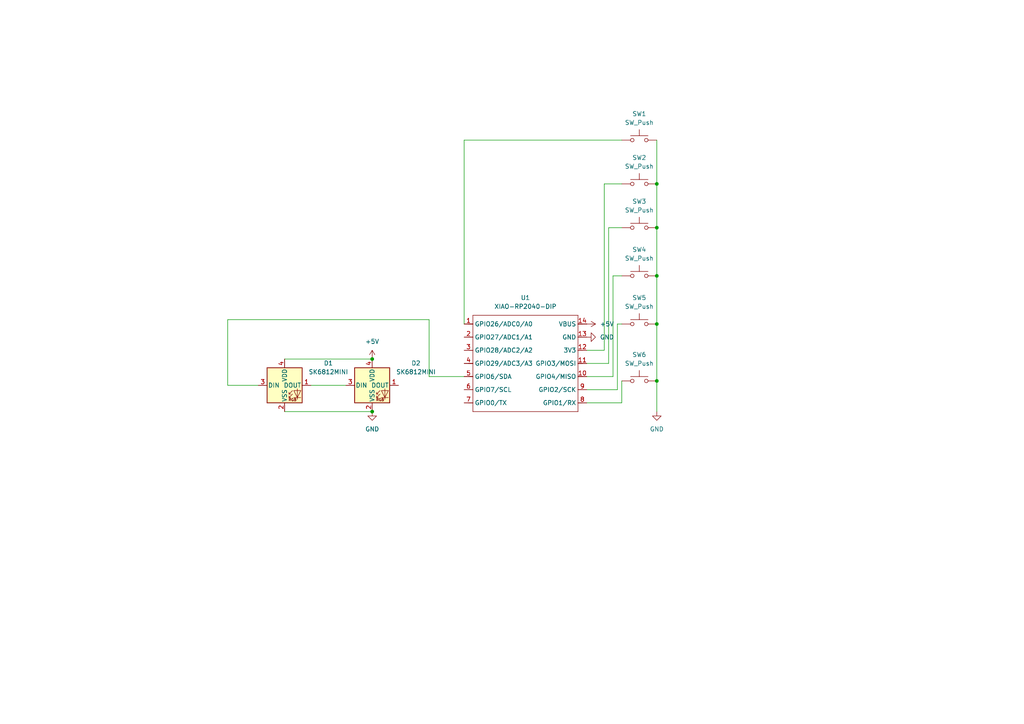
<source format=kicad_sch>
(kicad_sch
	(version 20250114)
	(generator "eeschema")
	(generator_version "9.0")
	(uuid "45861cdb-f6bd-42ff-800b-7066598463fd")
	(paper "A4")
	(lib_symbols
		(symbol "LED:SK6812MINI"
			(pin_names
				(offset 0.254)
			)
			(exclude_from_sim no)
			(in_bom yes)
			(on_board yes)
			(property "Reference" "D"
				(at 5.08 5.715 0)
				(effects
					(font
						(size 1.27 1.27)
					)
					(justify right bottom)
				)
			)
			(property "Value" "SK6812MINI"
				(at 1.27 -5.715 0)
				(effects
					(font
						(size 1.27 1.27)
					)
					(justify left top)
				)
			)
			(property "Footprint" "LED_SMD:LED_SK6812MINI_PLCC4_3.5x3.5mm_P1.75mm"
				(at 1.27 -7.62 0)
				(effects
					(font
						(size 1.27 1.27)
					)
					(justify left top)
					(hide yes)
				)
			)
			(property "Datasheet" "https://cdn-shop.adafruit.com/product-files/2686/SK6812MINI_REV.01-1-2.pdf"
				(at 2.54 -9.525 0)
				(effects
					(font
						(size 1.27 1.27)
					)
					(justify left top)
					(hide yes)
				)
			)
			(property "Description" "RGB LED with integrated controller"
				(at 0 0 0)
				(effects
					(font
						(size 1.27 1.27)
					)
					(hide yes)
				)
			)
			(property "ki_keywords" "RGB LED NeoPixel Mini addressable"
				(at 0 0 0)
				(effects
					(font
						(size 1.27 1.27)
					)
					(hide yes)
				)
			)
			(property "ki_fp_filters" "LED*SK6812MINI*PLCC*3.5x3.5mm*P1.75mm*"
				(at 0 0 0)
				(effects
					(font
						(size 1.27 1.27)
					)
					(hide yes)
				)
			)
			(symbol "SK6812MINI_0_0"
				(text "RGB"
					(at 2.286 -4.191 0)
					(effects
						(font
							(size 0.762 0.762)
						)
					)
				)
			)
			(symbol "SK6812MINI_0_1"
				(polyline
					(pts
						(xy 1.27 -2.54) (xy 1.778 -2.54)
					)
					(stroke
						(width 0)
						(type default)
					)
					(fill
						(type none)
					)
				)
				(polyline
					(pts
						(xy 1.27 -3.556) (xy 1.778 -3.556)
					)
					(stroke
						(width 0)
						(type default)
					)
					(fill
						(type none)
					)
				)
				(polyline
					(pts
						(xy 2.286 -1.524) (xy 1.27 -2.54) (xy 1.27 -2.032)
					)
					(stroke
						(width 0)
						(type default)
					)
					(fill
						(type none)
					)
				)
				(polyline
					(pts
						(xy 2.286 -2.54) (xy 1.27 -3.556) (xy 1.27 -3.048)
					)
					(stroke
						(width 0)
						(type default)
					)
					(fill
						(type none)
					)
				)
				(polyline
					(pts
						(xy 3.683 -1.016) (xy 3.683 -3.556) (xy 3.683 -4.064)
					)
					(stroke
						(width 0)
						(type default)
					)
					(fill
						(type none)
					)
				)
				(polyline
					(pts
						(xy 4.699 -1.524) (xy 2.667 -1.524) (xy 3.683 -3.556) (xy 4.699 -1.524)
					)
					(stroke
						(width 0)
						(type default)
					)
					(fill
						(type none)
					)
				)
				(polyline
					(pts
						(xy 4.699 -3.556) (xy 2.667 -3.556)
					)
					(stroke
						(width 0)
						(type default)
					)
					(fill
						(type none)
					)
				)
				(rectangle
					(start 5.08 5.08)
					(end -5.08 -5.08)
					(stroke
						(width 0.254)
						(type default)
					)
					(fill
						(type background)
					)
				)
			)
			(symbol "SK6812MINI_1_1"
				(pin input line
					(at -7.62 0 0)
					(length 2.54)
					(name "DIN"
						(effects
							(font
								(size 1.27 1.27)
							)
						)
					)
					(number "3"
						(effects
							(font
								(size 1.27 1.27)
							)
						)
					)
				)
				(pin power_in line
					(at 0 7.62 270)
					(length 2.54)
					(name "VDD"
						(effects
							(font
								(size 1.27 1.27)
							)
						)
					)
					(number "4"
						(effects
							(font
								(size 1.27 1.27)
							)
						)
					)
				)
				(pin power_in line
					(at 0 -7.62 90)
					(length 2.54)
					(name "VSS"
						(effects
							(font
								(size 1.27 1.27)
							)
						)
					)
					(number "2"
						(effects
							(font
								(size 1.27 1.27)
							)
						)
					)
				)
				(pin output line
					(at 7.62 0 180)
					(length 2.54)
					(name "DOUT"
						(effects
							(font
								(size 1.27 1.27)
							)
						)
					)
					(number "1"
						(effects
							(font
								(size 1.27 1.27)
							)
						)
					)
				)
			)
			(embedded_fonts no)
		)
		(symbol "OPL:XIAO-RP2040-DIP"
			(exclude_from_sim no)
			(in_bom yes)
			(on_board yes)
			(property "Reference" "U"
				(at 0 0 0)
				(effects
					(font
						(size 1.27 1.27)
					)
				)
			)
			(property "Value" "XIAO-RP2040-DIP"
				(at 5.334 -1.778 0)
				(effects
					(font
						(size 1.27 1.27)
					)
				)
			)
			(property "Footprint" "Module:MOUDLE14P-XIAO-DIP-SMD"
				(at 14.478 -32.258 0)
				(effects
					(font
						(size 1.27 1.27)
					)
					(hide yes)
				)
			)
			(property "Datasheet" ""
				(at 0 0 0)
				(effects
					(font
						(size 1.27 1.27)
					)
					(hide yes)
				)
			)
			(property "Description" ""
				(at 0 0 0)
				(effects
					(font
						(size 1.27 1.27)
					)
					(hide yes)
				)
			)
			(symbol "XIAO-RP2040-DIP_1_0"
				(polyline
					(pts
						(xy -1.27 -2.54) (xy 29.21 -2.54)
					)
					(stroke
						(width 0.1524)
						(type solid)
					)
					(fill
						(type none)
					)
				)
				(polyline
					(pts
						(xy -1.27 -5.08) (xy -2.54 -5.08)
					)
					(stroke
						(width 0.1524)
						(type solid)
					)
					(fill
						(type none)
					)
				)
				(polyline
					(pts
						(xy -1.27 -5.08) (xy -1.27 -2.54)
					)
					(stroke
						(width 0.1524)
						(type solid)
					)
					(fill
						(type none)
					)
				)
				(polyline
					(pts
						(xy -1.27 -8.89) (xy -2.54 -8.89)
					)
					(stroke
						(width 0.1524)
						(type solid)
					)
					(fill
						(type none)
					)
				)
				(polyline
					(pts
						(xy -1.27 -8.89) (xy -1.27 -5.08)
					)
					(stroke
						(width 0.1524)
						(type solid)
					)
					(fill
						(type none)
					)
				)
				(polyline
					(pts
						(xy -1.27 -12.7) (xy -2.54 -12.7)
					)
					(stroke
						(width 0.1524)
						(type solid)
					)
					(fill
						(type none)
					)
				)
				(polyline
					(pts
						(xy -1.27 -12.7) (xy -1.27 -8.89)
					)
					(stroke
						(width 0.1524)
						(type solid)
					)
					(fill
						(type none)
					)
				)
				(polyline
					(pts
						(xy -1.27 -16.51) (xy -2.54 -16.51)
					)
					(stroke
						(width 0.1524)
						(type solid)
					)
					(fill
						(type none)
					)
				)
				(polyline
					(pts
						(xy -1.27 -16.51) (xy -1.27 -12.7)
					)
					(stroke
						(width 0.1524)
						(type solid)
					)
					(fill
						(type none)
					)
				)
				(polyline
					(pts
						(xy -1.27 -20.32) (xy -2.54 -20.32)
					)
					(stroke
						(width 0.1524)
						(type solid)
					)
					(fill
						(type none)
					)
				)
				(polyline
					(pts
						(xy -1.27 -24.13) (xy -2.54 -24.13)
					)
					(stroke
						(width 0.1524)
						(type solid)
					)
					(fill
						(type none)
					)
				)
				(polyline
					(pts
						(xy -1.27 -27.94) (xy -2.54 -27.94)
					)
					(stroke
						(width 0.1524)
						(type solid)
					)
					(fill
						(type none)
					)
				)
				(polyline
					(pts
						(xy -1.27 -30.48) (xy -1.27 -16.51)
					)
					(stroke
						(width 0.1524)
						(type solid)
					)
					(fill
						(type none)
					)
				)
				(polyline
					(pts
						(xy 29.21 -2.54) (xy 29.21 -5.08)
					)
					(stroke
						(width 0.1524)
						(type solid)
					)
					(fill
						(type none)
					)
				)
				(polyline
					(pts
						(xy 29.21 -5.08) (xy 29.21 -8.89)
					)
					(stroke
						(width 0.1524)
						(type solid)
					)
					(fill
						(type none)
					)
				)
				(polyline
					(pts
						(xy 29.21 -8.89) (xy 29.21 -12.7)
					)
					(stroke
						(width 0.1524)
						(type solid)
					)
					(fill
						(type none)
					)
				)
				(polyline
					(pts
						(xy 29.21 -12.7) (xy 29.21 -30.48)
					)
					(stroke
						(width 0.1524)
						(type solid)
					)
					(fill
						(type none)
					)
				)
				(polyline
					(pts
						(xy 29.21 -30.48) (xy -1.27 -30.48)
					)
					(stroke
						(width 0.1524)
						(type solid)
					)
					(fill
						(type none)
					)
				)
				(polyline
					(pts
						(xy 30.48 -5.08) (xy 29.21 -5.08)
					)
					(stroke
						(width 0.1524)
						(type solid)
					)
					(fill
						(type none)
					)
				)
				(polyline
					(pts
						(xy 30.48 -8.89) (xy 29.21 -8.89)
					)
					(stroke
						(width 0.1524)
						(type solid)
					)
					(fill
						(type none)
					)
				)
				(polyline
					(pts
						(xy 30.48 -12.7) (xy 29.21 -12.7)
					)
					(stroke
						(width 0.1524)
						(type solid)
					)
					(fill
						(type none)
					)
				)
				(polyline
					(pts
						(xy 30.48 -16.51) (xy 29.21 -16.51)
					)
					(stroke
						(width 0.1524)
						(type solid)
					)
					(fill
						(type none)
					)
				)
				(polyline
					(pts
						(xy 30.48 -20.32) (xy 29.21 -20.32)
					)
					(stroke
						(width 0.1524)
						(type solid)
					)
					(fill
						(type none)
					)
				)
				(polyline
					(pts
						(xy 30.48 -24.13) (xy 29.21 -24.13)
					)
					(stroke
						(width 0.1524)
						(type solid)
					)
					(fill
						(type none)
					)
				)
				(polyline
					(pts
						(xy 30.48 -27.94) (xy 29.21 -27.94)
					)
					(stroke
						(width 0.1524)
						(type solid)
					)
					(fill
						(type none)
					)
				)
				(pin passive line
					(at -3.81 -5.08 0)
					(length 2.54)
					(name "GPIO26/ADC0/A0"
						(effects
							(font
								(size 1.27 1.27)
							)
						)
					)
					(number "1"
						(effects
							(font
								(size 1.27 1.27)
							)
						)
					)
				)
				(pin passive line
					(at -3.81 -8.89 0)
					(length 2.54)
					(name "GPIO27/ADC1/A1"
						(effects
							(font
								(size 1.27 1.27)
							)
						)
					)
					(number "2"
						(effects
							(font
								(size 1.27 1.27)
							)
						)
					)
				)
				(pin passive line
					(at -3.81 -12.7 0)
					(length 2.54)
					(name "GPIO28/ADC2/A2"
						(effects
							(font
								(size 1.27 1.27)
							)
						)
					)
					(number "3"
						(effects
							(font
								(size 1.27 1.27)
							)
						)
					)
				)
				(pin passive line
					(at -3.81 -16.51 0)
					(length 2.54)
					(name "GPIO29/ADC3/A3"
						(effects
							(font
								(size 1.27 1.27)
							)
						)
					)
					(number "4"
						(effects
							(font
								(size 1.27 1.27)
							)
						)
					)
				)
				(pin passive line
					(at -3.81 -20.32 0)
					(length 2.54)
					(name "GPIO6/SDA"
						(effects
							(font
								(size 1.27 1.27)
							)
						)
					)
					(number "5"
						(effects
							(font
								(size 1.27 1.27)
							)
						)
					)
				)
				(pin passive line
					(at -3.81 -24.13 0)
					(length 2.54)
					(name "GPIO7/SCL"
						(effects
							(font
								(size 1.27 1.27)
							)
						)
					)
					(number "6"
						(effects
							(font
								(size 1.27 1.27)
							)
						)
					)
				)
				(pin passive line
					(at -3.81 -27.94 0)
					(length 2.54)
					(name "GPIO0/TX"
						(effects
							(font
								(size 1.27 1.27)
							)
						)
					)
					(number "7"
						(effects
							(font
								(size 1.27 1.27)
							)
						)
					)
				)
				(pin passive line
					(at 31.75 -5.08 180)
					(length 2.54)
					(name "VBUS"
						(effects
							(font
								(size 1.27 1.27)
							)
						)
					)
					(number "14"
						(effects
							(font
								(size 1.27 1.27)
							)
						)
					)
				)
				(pin passive line
					(at 31.75 -8.89 180)
					(length 2.54)
					(name "GND"
						(effects
							(font
								(size 1.27 1.27)
							)
						)
					)
					(number "13"
						(effects
							(font
								(size 1.27 1.27)
							)
						)
					)
				)
				(pin passive line
					(at 31.75 -12.7 180)
					(length 2.54)
					(name "3V3"
						(effects
							(font
								(size 1.27 1.27)
							)
						)
					)
					(number "12"
						(effects
							(font
								(size 1.27 1.27)
							)
						)
					)
				)
				(pin passive line
					(at 31.75 -16.51 180)
					(length 2.54)
					(name "GPIO3/MOSI"
						(effects
							(font
								(size 1.27 1.27)
							)
						)
					)
					(number "11"
						(effects
							(font
								(size 1.27 1.27)
							)
						)
					)
				)
				(pin passive line
					(at 31.75 -20.32 180)
					(length 2.54)
					(name "GPIO4/MISO"
						(effects
							(font
								(size 1.27 1.27)
							)
						)
					)
					(number "10"
						(effects
							(font
								(size 1.27 1.27)
							)
						)
					)
				)
				(pin passive line
					(at 31.75 -24.13 180)
					(length 2.54)
					(name "GPIO2/SCK"
						(effects
							(font
								(size 1.27 1.27)
							)
						)
					)
					(number "9"
						(effects
							(font
								(size 1.27 1.27)
							)
						)
					)
				)
				(pin passive line
					(at 31.75 -27.94 180)
					(length 2.54)
					(name "GPIO1/RX"
						(effects
							(font
								(size 1.27 1.27)
							)
						)
					)
					(number "8"
						(effects
							(font
								(size 1.27 1.27)
							)
						)
					)
				)
			)
			(embedded_fonts no)
		)
		(symbol "Switch:SW_Push"
			(pin_numbers
				(hide yes)
			)
			(pin_names
				(offset 1.016)
				(hide yes)
			)
			(exclude_from_sim no)
			(in_bom yes)
			(on_board yes)
			(property "Reference" "SW"
				(at 1.27 2.54 0)
				(effects
					(font
						(size 1.27 1.27)
					)
					(justify left)
				)
			)
			(property "Value" "SW_Push"
				(at 0 -1.524 0)
				(effects
					(font
						(size 1.27 1.27)
					)
				)
			)
			(property "Footprint" ""
				(at 0 5.08 0)
				(effects
					(font
						(size 1.27 1.27)
					)
					(hide yes)
				)
			)
			(property "Datasheet" "~"
				(at 0 5.08 0)
				(effects
					(font
						(size 1.27 1.27)
					)
					(hide yes)
				)
			)
			(property "Description" "Push button switch, generic, two pins"
				(at 0 0 0)
				(effects
					(font
						(size 1.27 1.27)
					)
					(hide yes)
				)
			)
			(property "ki_keywords" "switch normally-open pushbutton push-button"
				(at 0 0 0)
				(effects
					(font
						(size 1.27 1.27)
					)
					(hide yes)
				)
			)
			(symbol "SW_Push_0_1"
				(circle
					(center -2.032 0)
					(radius 0.508)
					(stroke
						(width 0)
						(type default)
					)
					(fill
						(type none)
					)
				)
				(polyline
					(pts
						(xy 0 1.27) (xy 0 3.048)
					)
					(stroke
						(width 0)
						(type default)
					)
					(fill
						(type none)
					)
				)
				(circle
					(center 2.032 0)
					(radius 0.508)
					(stroke
						(width 0)
						(type default)
					)
					(fill
						(type none)
					)
				)
				(polyline
					(pts
						(xy 2.54 1.27) (xy -2.54 1.27)
					)
					(stroke
						(width 0)
						(type default)
					)
					(fill
						(type none)
					)
				)
				(pin passive line
					(at -5.08 0 0)
					(length 2.54)
					(name "1"
						(effects
							(font
								(size 1.27 1.27)
							)
						)
					)
					(number "1"
						(effects
							(font
								(size 1.27 1.27)
							)
						)
					)
				)
				(pin passive line
					(at 5.08 0 180)
					(length 2.54)
					(name "2"
						(effects
							(font
								(size 1.27 1.27)
							)
						)
					)
					(number "2"
						(effects
							(font
								(size 1.27 1.27)
							)
						)
					)
				)
			)
			(embedded_fonts no)
		)
		(symbol "power:+5V"
			(power)
			(pin_numbers
				(hide yes)
			)
			(pin_names
				(offset 0)
				(hide yes)
			)
			(exclude_from_sim no)
			(in_bom yes)
			(on_board yes)
			(property "Reference" "#PWR"
				(at 0 -3.81 0)
				(effects
					(font
						(size 1.27 1.27)
					)
					(hide yes)
				)
			)
			(property "Value" "+5V"
				(at 0 3.556 0)
				(effects
					(font
						(size 1.27 1.27)
					)
				)
			)
			(property "Footprint" ""
				(at 0 0 0)
				(effects
					(font
						(size 1.27 1.27)
					)
					(hide yes)
				)
			)
			(property "Datasheet" ""
				(at 0 0 0)
				(effects
					(font
						(size 1.27 1.27)
					)
					(hide yes)
				)
			)
			(property "Description" "Power symbol creates a global label with name \"+5V\""
				(at 0 0 0)
				(effects
					(font
						(size 1.27 1.27)
					)
					(hide yes)
				)
			)
			(property "ki_keywords" "global power"
				(at 0 0 0)
				(effects
					(font
						(size 1.27 1.27)
					)
					(hide yes)
				)
			)
			(symbol "+5V_0_1"
				(polyline
					(pts
						(xy -0.762 1.27) (xy 0 2.54)
					)
					(stroke
						(width 0)
						(type default)
					)
					(fill
						(type none)
					)
				)
				(polyline
					(pts
						(xy 0 2.54) (xy 0.762 1.27)
					)
					(stroke
						(width 0)
						(type default)
					)
					(fill
						(type none)
					)
				)
				(polyline
					(pts
						(xy 0 0) (xy 0 2.54)
					)
					(stroke
						(width 0)
						(type default)
					)
					(fill
						(type none)
					)
				)
			)
			(symbol "+5V_1_1"
				(pin power_in line
					(at 0 0 90)
					(length 0)
					(name "~"
						(effects
							(font
								(size 1.27 1.27)
							)
						)
					)
					(number "1"
						(effects
							(font
								(size 1.27 1.27)
							)
						)
					)
				)
			)
			(embedded_fonts no)
		)
		(symbol "power:GND"
			(power)
			(pin_numbers
				(hide yes)
			)
			(pin_names
				(offset 0)
				(hide yes)
			)
			(exclude_from_sim no)
			(in_bom yes)
			(on_board yes)
			(property "Reference" "#PWR"
				(at 0 -6.35 0)
				(effects
					(font
						(size 1.27 1.27)
					)
					(hide yes)
				)
			)
			(property "Value" "GND"
				(at 0 -3.81 0)
				(effects
					(font
						(size 1.27 1.27)
					)
				)
			)
			(property "Footprint" ""
				(at 0 0 0)
				(effects
					(font
						(size 1.27 1.27)
					)
					(hide yes)
				)
			)
			(property "Datasheet" ""
				(at 0 0 0)
				(effects
					(font
						(size 1.27 1.27)
					)
					(hide yes)
				)
			)
			(property "Description" "Power symbol creates a global label with name \"GND\" , ground"
				(at 0 0 0)
				(effects
					(font
						(size 1.27 1.27)
					)
					(hide yes)
				)
			)
			(property "ki_keywords" "global power"
				(at 0 0 0)
				(effects
					(font
						(size 1.27 1.27)
					)
					(hide yes)
				)
			)
			(symbol "GND_0_1"
				(polyline
					(pts
						(xy 0 0) (xy 0 -1.27) (xy 1.27 -1.27) (xy 0 -2.54) (xy -1.27 -1.27) (xy 0 -1.27)
					)
					(stroke
						(width 0)
						(type default)
					)
					(fill
						(type none)
					)
				)
			)
			(symbol "GND_1_1"
				(pin power_in line
					(at 0 0 270)
					(length 0)
					(name "~"
						(effects
							(font
								(size 1.27 1.27)
							)
						)
					)
					(number "1"
						(effects
							(font
								(size 1.27 1.27)
							)
						)
					)
				)
			)
			(embedded_fonts no)
		)
	)
	(junction
		(at 190.5 110.49)
		(diameter 0)
		(color 0 0 0 0)
		(uuid "2e837ffc-b756-43e7-837e-0ee3ba9aec34")
	)
	(junction
		(at 190.5 93.98)
		(diameter 0)
		(color 0 0 0 0)
		(uuid "416e757f-82ce-45ee-93a1-e47926c0f4c7")
	)
	(junction
		(at 107.95 119.38)
		(diameter 0)
		(color 0 0 0 0)
		(uuid "b0a888ba-4fc5-4e07-b0be-db2884632874")
	)
	(junction
		(at 107.95 104.14)
		(diameter 0)
		(color 0 0 0 0)
		(uuid "cd605c59-c525-4eb6-85ae-3866e6d6dfd4")
	)
	(junction
		(at 190.5 66.04)
		(diameter 0)
		(color 0 0 0 0)
		(uuid "dd14a140-99a6-4b04-a427-0fbc68718bbe")
	)
	(junction
		(at 190.5 80.01)
		(diameter 0)
		(color 0 0 0 0)
		(uuid "f12a9fd5-a7be-4f93-b8ec-11e98bc3ef08")
	)
	(junction
		(at 190.5 53.34)
		(diameter 0)
		(color 0 0 0 0)
		(uuid "ff3c2e7c-0948-4773-8e5a-874792a31863")
	)
	(wire
		(pts
			(xy 177.8 80.01) (xy 180.34 80.01)
		)
		(stroke
			(width 0)
			(type default)
		)
		(uuid "059b1b67-61c7-417d-956a-467372c173ef")
	)
	(wire
		(pts
			(xy 124.46 92.71) (xy 66.04 92.71)
		)
		(stroke
			(width 0)
			(type default)
		)
		(uuid "0ab05631-fabd-4802-b706-6ed27610d7c5")
	)
	(wire
		(pts
			(xy 66.04 92.71) (xy 66.04 111.76)
		)
		(stroke
			(width 0)
			(type default)
		)
		(uuid "0b1c6760-ca54-4398-ba46-bd5f995da748")
	)
	(wire
		(pts
			(xy 190.5 93.98) (xy 190.5 110.49)
		)
		(stroke
			(width 0)
			(type default)
		)
		(uuid "1619e026-4039-4eed-82aa-b5828eeb1e47")
	)
	(wire
		(pts
			(xy 170.18 101.6) (xy 175.26 101.6)
		)
		(stroke
			(width 0)
			(type default)
		)
		(uuid "178a8e1c-b776-45aa-a302-55acd3a32b39")
	)
	(wire
		(pts
			(xy 176.53 66.04) (xy 180.34 66.04)
		)
		(stroke
			(width 0)
			(type default)
		)
		(uuid "1d0a5e71-3616-4305-b87f-c3945bf83022")
	)
	(wire
		(pts
			(xy 179.07 93.98) (xy 180.34 93.98)
		)
		(stroke
			(width 0)
			(type default)
		)
		(uuid "25d8de36-822c-4985-9b10-1d3375026e2f")
	)
	(wire
		(pts
			(xy 124.46 109.22) (xy 124.46 92.71)
		)
		(stroke
			(width 0)
			(type default)
		)
		(uuid "42c69df2-c8f8-4837-8f40-d32ce8e0a4be")
	)
	(wire
		(pts
			(xy 134.62 40.64) (xy 180.34 40.64)
		)
		(stroke
			(width 0)
			(type default)
		)
		(uuid "69e941f3-2b2c-4312-b5f6-b2556eee0508")
	)
	(wire
		(pts
			(xy 190.5 66.04) (xy 190.5 80.01)
		)
		(stroke
			(width 0)
			(type default)
		)
		(uuid "6a1d8011-92d6-4fb0-b68b-ff27cb67a4ec")
	)
	(wire
		(pts
			(xy 170.18 109.22) (xy 177.8 109.22)
		)
		(stroke
			(width 0)
			(type default)
		)
		(uuid "730cf3bb-97da-422a-836b-61f81390962e")
	)
	(wire
		(pts
			(xy 82.55 104.14) (xy 107.95 104.14)
		)
		(stroke
			(width 0)
			(type default)
		)
		(uuid "87f02f2b-4be8-418a-803a-164c6fff0b00")
	)
	(wire
		(pts
			(xy 170.18 105.41) (xy 176.53 105.41)
		)
		(stroke
			(width 0)
			(type default)
		)
		(uuid "8917d216-1bfe-4f99-8306-fe91294bda08")
	)
	(wire
		(pts
			(xy 170.18 116.84) (xy 180.34 116.84)
		)
		(stroke
			(width 0)
			(type default)
		)
		(uuid "8d64679b-5c01-45dd-8e0c-c494ca84c911")
	)
	(wire
		(pts
			(xy 90.17 111.76) (xy 100.33 111.76)
		)
		(stroke
			(width 0)
			(type default)
		)
		(uuid "8fad32b6-7b10-440b-8ed6-16b7bda64bde")
	)
	(wire
		(pts
			(xy 82.55 119.38) (xy 107.95 119.38)
		)
		(stroke
			(width 0)
			(type default)
		)
		(uuid "90dea348-6b27-4466-9b3f-e3ecf91520f8")
	)
	(wire
		(pts
			(xy 175.26 101.6) (xy 175.26 53.34)
		)
		(stroke
			(width 0)
			(type default)
		)
		(uuid "9a58728e-10e5-4daf-aed6-b7d7942b536f")
	)
	(wire
		(pts
			(xy 177.8 109.22) (xy 177.8 80.01)
		)
		(stroke
			(width 0)
			(type default)
		)
		(uuid "9ca9eb96-d3cb-419a-b750-5ad1dea0b15c")
	)
	(wire
		(pts
			(xy 176.53 105.41) (xy 176.53 66.04)
		)
		(stroke
			(width 0)
			(type default)
		)
		(uuid "9de59a2b-fab2-4aee-bb3d-6a0532eaa74a")
	)
	(wire
		(pts
			(xy 190.5 40.64) (xy 190.5 53.34)
		)
		(stroke
			(width 0)
			(type default)
		)
		(uuid "c9258128-42f3-42ca-999a-9d2859a935c8")
	)
	(wire
		(pts
			(xy 180.34 116.84) (xy 180.34 110.49)
		)
		(stroke
			(width 0)
			(type default)
		)
		(uuid "cab81de3-62c0-4d5b-9e16-c242299870c8")
	)
	(wire
		(pts
			(xy 190.5 80.01) (xy 190.5 93.98)
		)
		(stroke
			(width 0)
			(type default)
		)
		(uuid "d52a8ebf-68f3-451b-9e4e-466da3f74528")
	)
	(wire
		(pts
			(xy 175.26 53.34) (xy 180.34 53.34)
		)
		(stroke
			(width 0)
			(type default)
		)
		(uuid "dbea27ee-d49c-48ab-9b24-866989fb3613")
	)
	(wire
		(pts
			(xy 190.5 110.49) (xy 190.5 119.38)
		)
		(stroke
			(width 0)
			(type default)
		)
		(uuid "de85d888-318d-47e0-ad16-65bade1cc559")
	)
	(wire
		(pts
			(xy 134.62 109.22) (xy 124.46 109.22)
		)
		(stroke
			(width 0)
			(type default)
		)
		(uuid "def15509-1518-491a-99b7-b067633c0a66")
	)
	(wire
		(pts
			(xy 170.18 113.03) (xy 179.07 113.03)
		)
		(stroke
			(width 0)
			(type default)
		)
		(uuid "e216b06f-c03e-4abf-ba96-3596666ff217")
	)
	(wire
		(pts
			(xy 66.04 111.76) (xy 74.93 111.76)
		)
		(stroke
			(width 0)
			(type default)
		)
		(uuid "ed963530-20c6-48d4-8200-d4f0c5a90110")
	)
	(wire
		(pts
			(xy 134.62 93.98) (xy 134.62 40.64)
		)
		(stroke
			(width 0)
			(type default)
		)
		(uuid "f3d0c128-e6b8-4fb1-a3ea-b832155cabd4")
	)
	(wire
		(pts
			(xy 179.07 113.03) (xy 179.07 93.98)
		)
		(stroke
			(width 0)
			(type default)
		)
		(uuid "f70da97e-6876-41a6-bbfc-ba80e1c6af85")
	)
	(wire
		(pts
			(xy 190.5 53.34) (xy 190.5 66.04)
		)
		(stroke
			(width 0)
			(type default)
		)
		(uuid "faf8cbdd-6a34-44f7-b2a2-fd6ba1c611e0")
	)
	(symbol
		(lib_id "Switch:SW_Push")
		(at 185.42 80.01 0)
		(unit 1)
		(exclude_from_sim no)
		(in_bom yes)
		(on_board yes)
		(dnp no)
		(fields_autoplaced yes)
		(uuid "21edbd79-7d80-47de-9e56-03b531c530c2")
		(property "Reference" "SW4"
			(at 185.42 72.39 0)
			(effects
				(font
					(size 1.27 1.27)
				)
			)
		)
		(property "Value" "SW_Push"
			(at 185.42 74.93 0)
			(effects
				(font
					(size 1.27 1.27)
				)
			)
		)
		(property "Footprint" "Button_Switch_Keyboard:SW_Cherry_MX_1.00u_PCB"
			(at 185.42 74.93 0)
			(effects
				(font
					(size 1.27 1.27)
				)
				(hide yes)
			)
		)
		(property "Datasheet" "~"
			(at 185.42 74.93 0)
			(effects
				(font
					(size 1.27 1.27)
				)
				(hide yes)
			)
		)
		(property "Description" "Push button switch, generic, two pins"
			(at 185.42 80.01 0)
			(effects
				(font
					(size 1.27 1.27)
				)
				(hide yes)
			)
		)
		(pin "1"
			(uuid "60eb541d-59f3-4fd5-b151-34b6652f9096")
		)
		(pin "2"
			(uuid "5b87b4d2-7279-4891-9841-abee848a6a2d")
		)
		(instances
			(project ""
				(path "/45861cdb-f6bd-42ff-800b-7066598463fd"
					(reference "SW4")
					(unit 1)
				)
			)
		)
	)
	(symbol
		(lib_id "power:+5V")
		(at 107.95 104.14 0)
		(unit 1)
		(exclude_from_sim no)
		(in_bom yes)
		(on_board yes)
		(dnp no)
		(fields_autoplaced yes)
		(uuid "2387beea-a527-4d16-884c-fd68de6b995c")
		(property "Reference" "#PWR03"
			(at 107.95 107.95 0)
			(effects
				(font
					(size 1.27 1.27)
				)
				(hide yes)
			)
		)
		(property "Value" "+5V"
			(at 107.95 99.06 0)
			(effects
				(font
					(size 1.27 1.27)
				)
			)
		)
		(property "Footprint" ""
			(at 107.95 104.14 0)
			(effects
				(font
					(size 1.27 1.27)
				)
				(hide yes)
			)
		)
		(property "Datasheet" ""
			(at 107.95 104.14 0)
			(effects
				(font
					(size 1.27 1.27)
				)
				(hide yes)
			)
		)
		(property "Description" "Power symbol creates a global label with name \"+5V\""
			(at 107.95 104.14 0)
			(effects
				(font
					(size 1.27 1.27)
				)
				(hide yes)
			)
		)
		(pin "1"
			(uuid "fae72486-8e77-4e02-bc3a-c6575b81d578")
		)
		(instances
			(project ""
				(path "/45861cdb-f6bd-42ff-800b-7066598463fd"
					(reference "#PWR03")
					(unit 1)
				)
			)
		)
	)
	(symbol
		(lib_id "Switch:SW_Push")
		(at 185.42 40.64 0)
		(unit 1)
		(exclude_from_sim no)
		(in_bom yes)
		(on_board yes)
		(dnp no)
		(fields_autoplaced yes)
		(uuid "3edd1b33-e78a-4b0e-9b83-0f1f7d934092")
		(property "Reference" "SW1"
			(at 185.42 33.02 0)
			(effects
				(font
					(size 1.27 1.27)
				)
			)
		)
		(property "Value" "SW_Push"
			(at 185.42 35.56 0)
			(effects
				(font
					(size 1.27 1.27)
				)
			)
		)
		(property "Footprint" "Button_Switch_Keyboard:SW_Cherry_MX_1.00u_PCB"
			(at 185.42 35.56 0)
			(effects
				(font
					(size 1.27 1.27)
				)
				(hide yes)
			)
		)
		(property "Datasheet" "~"
			(at 185.42 35.56 0)
			(effects
				(font
					(size 1.27 1.27)
				)
				(hide yes)
			)
		)
		(property "Description" "Push button switch, generic, two pins"
			(at 185.42 40.64 0)
			(effects
				(font
					(size 1.27 1.27)
				)
				(hide yes)
			)
		)
		(pin "2"
			(uuid "ac9636e2-b0b0-4f78-9b1c-58b658b1cbcd")
		)
		(pin "1"
			(uuid "82bd15ba-63ac-4695-b6de-faa2f186442f")
		)
		(instances
			(project ""
				(path "/45861cdb-f6bd-42ff-800b-7066598463fd"
					(reference "SW1")
					(unit 1)
				)
			)
		)
	)
	(symbol
		(lib_id "power:+5V")
		(at 170.18 93.98 270)
		(unit 1)
		(exclude_from_sim no)
		(in_bom yes)
		(on_board yes)
		(dnp no)
		(fields_autoplaced yes)
		(uuid "40bb2941-82b0-4a4a-940c-780a6266c097")
		(property "Reference" "#PWR04"
			(at 166.37 93.98 0)
			(effects
				(font
					(size 1.27 1.27)
				)
				(hide yes)
			)
		)
		(property "Value" "+5V"
			(at 173.99 93.9799 90)
			(effects
				(font
					(size 1.27 1.27)
				)
				(justify left)
			)
		)
		(property "Footprint" ""
			(at 170.18 93.98 0)
			(effects
				(font
					(size 1.27 1.27)
				)
				(hide yes)
			)
		)
		(property "Datasheet" ""
			(at 170.18 93.98 0)
			(effects
				(font
					(size 1.27 1.27)
				)
				(hide yes)
			)
		)
		(property "Description" "Power symbol creates a global label with name \"+5V\""
			(at 170.18 93.98 0)
			(effects
				(font
					(size 1.27 1.27)
				)
				(hide yes)
			)
		)
		(pin "1"
			(uuid "43616765-ed32-4400-a543-2c8ac5558507")
		)
		(instances
			(project ""
				(path "/45861cdb-f6bd-42ff-800b-7066598463fd"
					(reference "#PWR04")
					(unit 1)
				)
			)
		)
	)
	(symbol
		(lib_id "power:GND")
		(at 170.18 97.79 90)
		(unit 1)
		(exclude_from_sim no)
		(in_bom yes)
		(on_board yes)
		(dnp no)
		(fields_autoplaced yes)
		(uuid "42c11ccc-aa2a-48a5-8079-8c99045d08ee")
		(property "Reference" "#PWR05"
			(at 176.53 97.79 0)
			(effects
				(font
					(size 1.27 1.27)
				)
				(hide yes)
			)
		)
		(property "Value" "GND"
			(at 173.99 97.7899 90)
			(effects
				(font
					(size 1.27 1.27)
				)
				(justify right)
			)
		)
		(property "Footprint" ""
			(at 170.18 97.79 0)
			(effects
				(font
					(size 1.27 1.27)
				)
				(hide yes)
			)
		)
		(property "Datasheet" ""
			(at 170.18 97.79 0)
			(effects
				(font
					(size 1.27 1.27)
				)
				(hide yes)
			)
		)
		(property "Description" "Power symbol creates a global label with name \"GND\" , ground"
			(at 170.18 97.79 0)
			(effects
				(font
					(size 1.27 1.27)
				)
				(hide yes)
			)
		)
		(pin "1"
			(uuid "ce9045c9-66f8-4dbf-b298-e2704ec0ce00")
		)
		(instances
			(project ""
				(path "/45861cdb-f6bd-42ff-800b-7066598463fd"
					(reference "#PWR05")
					(unit 1)
				)
			)
		)
	)
	(symbol
		(lib_id "Switch:SW_Push")
		(at 185.42 110.49 0)
		(unit 1)
		(exclude_from_sim no)
		(in_bom yes)
		(on_board yes)
		(dnp no)
		(fields_autoplaced yes)
		(uuid "502fd4ad-86af-49e3-8525-a311abef2699")
		(property "Reference" "SW6"
			(at 185.42 102.87 0)
			(effects
				(font
					(size 1.27 1.27)
				)
			)
		)
		(property "Value" "SW_Push"
			(at 185.42 105.41 0)
			(effects
				(font
					(size 1.27 1.27)
				)
			)
		)
		(property "Footprint" "Button_Switch_Keyboard:SW_Cherry_MX_1.00u_PCB"
			(at 185.42 105.41 0)
			(effects
				(font
					(size 1.27 1.27)
				)
				(hide yes)
			)
		)
		(property "Datasheet" "~"
			(at 185.42 105.41 0)
			(effects
				(font
					(size 1.27 1.27)
				)
				(hide yes)
			)
		)
		(property "Description" "Push button switch, generic, two pins"
			(at 185.42 110.49 0)
			(effects
				(font
					(size 1.27 1.27)
				)
				(hide yes)
			)
		)
		(pin "2"
			(uuid "97d06538-db64-4035-a4b4-f78b48cb1b35")
		)
		(pin "1"
			(uuid "109d2d86-a9d4-49ea-a56e-5af3528e1c59")
		)
		(instances
			(project ""
				(path "/45861cdb-f6bd-42ff-800b-7066598463fd"
					(reference "SW6")
					(unit 1)
				)
			)
		)
	)
	(symbol
		(lib_id "LED:SK6812MINI")
		(at 82.55 111.76 0)
		(unit 1)
		(exclude_from_sim no)
		(in_bom yes)
		(on_board yes)
		(dnp no)
		(fields_autoplaced yes)
		(uuid "75106aae-9bed-4619-8e13-510efd42f6e9")
		(property "Reference" "D1"
			(at 95.25 105.3398 0)
			(effects
				(font
					(size 1.27 1.27)
				)
			)
		)
		(property "Value" "SK6812MINI"
			(at 95.25 107.8798 0)
			(effects
				(font
					(size 1.27 1.27)
				)
			)
		)
		(property "Footprint" "LED_SMD:LED_SK6812MINI_PLCC4_3.5x3.5mm_P1.75mm"
			(at 83.82 119.38 0)
			(effects
				(font
					(size 1.27 1.27)
				)
				(justify left top)
				(hide yes)
			)
		)
		(property "Datasheet" "https://cdn-shop.adafruit.com/product-files/2686/SK6812MINI_REV.01-1-2.pdf"
			(at 85.09 121.285 0)
			(effects
				(font
					(size 1.27 1.27)
				)
				(justify left top)
				(hide yes)
			)
		)
		(property "Description" "RGB LED with integrated controller"
			(at 82.55 111.76 0)
			(effects
				(font
					(size 1.27 1.27)
				)
				(hide yes)
			)
		)
		(pin "4"
			(uuid "cfe33742-66a4-4a1e-9907-d46f80b16ef3")
		)
		(pin "2"
			(uuid "d2518e15-60f2-43aa-9e99-c0f47e9eea8f")
		)
		(pin "3"
			(uuid "3d6e8ef1-d6f1-4b08-8548-d0c6470bb3b2")
		)
		(pin "1"
			(uuid "626c0d22-8393-432c-9558-453fa6917074")
		)
		(instances
			(project ""
				(path "/45861cdb-f6bd-42ff-800b-7066598463fd"
					(reference "D1")
					(unit 1)
				)
			)
		)
	)
	(symbol
		(lib_id "Switch:SW_Push")
		(at 185.42 93.98 0)
		(unit 1)
		(exclude_from_sim no)
		(in_bom yes)
		(on_board yes)
		(dnp no)
		(fields_autoplaced yes)
		(uuid "960d509a-8b2c-4216-93b7-46b929fbe792")
		(property "Reference" "SW5"
			(at 185.42 86.36 0)
			(effects
				(font
					(size 1.27 1.27)
				)
			)
		)
		(property "Value" "SW_Push"
			(at 185.42 88.9 0)
			(effects
				(font
					(size 1.27 1.27)
				)
			)
		)
		(property "Footprint" "Button_Switch_Keyboard:SW_Cherry_MX_1.00u_PCB"
			(at 185.42 88.9 0)
			(effects
				(font
					(size 1.27 1.27)
				)
				(hide yes)
			)
		)
		(property "Datasheet" "~"
			(at 185.42 88.9 0)
			(effects
				(font
					(size 1.27 1.27)
				)
				(hide yes)
			)
		)
		(property "Description" "Push button switch, generic, two pins"
			(at 185.42 93.98 0)
			(effects
				(font
					(size 1.27 1.27)
				)
				(hide yes)
			)
		)
		(pin "1"
			(uuid "2e95ee8e-a343-498c-bb7b-36343b1257e0")
		)
		(pin "2"
			(uuid "749dffbc-a456-44a9-aac9-0c024caf7baf")
		)
		(instances
			(project ""
				(path "/45861cdb-f6bd-42ff-800b-7066598463fd"
					(reference "SW5")
					(unit 1)
				)
			)
		)
	)
	(symbol
		(lib_id "OPL:XIAO-RP2040-DIP")
		(at 138.43 88.9 0)
		(unit 1)
		(exclude_from_sim no)
		(in_bom yes)
		(on_board yes)
		(dnp no)
		(fields_autoplaced yes)
		(uuid "a62b83a8-fde0-42c0-a333-1321ec5477af")
		(property "Reference" "U1"
			(at 152.4 86.36 0)
			(effects
				(font
					(size 1.27 1.27)
				)
			)
		)
		(property "Value" "XIAO-RP2040-DIP"
			(at 152.4 88.9 0)
			(effects
				(font
					(size 1.27 1.27)
				)
			)
		)
		(property "Footprint" "OPL:XIAO-RP2040-DIP"
			(at 152.908 121.158 0)
			(effects
				(font
					(size 1.27 1.27)
				)
				(hide yes)
			)
		)
		(property "Datasheet" ""
			(at 138.43 88.9 0)
			(effects
				(font
					(size 1.27 1.27)
				)
				(hide yes)
			)
		)
		(property "Description" ""
			(at 138.43 88.9 0)
			(effects
				(font
					(size 1.27 1.27)
				)
				(hide yes)
			)
		)
		(pin "1"
			(uuid "72d5ebfb-fd2b-4d0b-9612-b78130046e40")
		)
		(pin "14"
			(uuid "31fad198-6a71-4532-bc1c-24039aab4373")
		)
		(pin "2"
			(uuid "cb48a276-c834-4418-b37c-21cdf6f923d5")
		)
		(pin "5"
			(uuid "28979602-0df2-4984-b77d-3f06966ad558")
		)
		(pin "6"
			(uuid "e5aa3e2f-7faf-4343-8828-9e99d20c03fe")
		)
		(pin "7"
			(uuid "77654fda-b75a-4d08-9b26-471e900e20dc")
		)
		(pin "3"
			(uuid "74f0d94d-1304-4631-9205-690775f9c5cb")
		)
		(pin "4"
			(uuid "28964347-b0b2-4c18-88a5-54264db8cec1")
		)
		(pin "13"
			(uuid "5086562e-c202-4950-b6d2-476ba91b006d")
		)
		(pin "10"
			(uuid "3196cf25-5267-4d97-8411-23bf39e27f83")
		)
		(pin "11"
			(uuid "cf8b4dfc-8de1-4ae6-8f83-eaf1a95496e7")
		)
		(pin "9"
			(uuid "49cf7512-1386-440e-8216-74027b52512c")
		)
		(pin "12"
			(uuid "74e4b9a1-6222-41f2-b6d4-909bfc38189d")
		)
		(pin "8"
			(uuid "b2eeeb1e-c294-4728-94d8-4dc552b1cdb5")
		)
		(instances
			(project ""
				(path "/45861cdb-f6bd-42ff-800b-7066598463fd"
					(reference "U1")
					(unit 1)
				)
			)
		)
	)
	(symbol
		(lib_id "Switch:SW_Push")
		(at 185.42 53.34 0)
		(unit 1)
		(exclude_from_sim no)
		(in_bom yes)
		(on_board yes)
		(dnp no)
		(fields_autoplaced yes)
		(uuid "a6396475-3f9d-4f9d-a93d-71e8f63e7238")
		(property "Reference" "SW2"
			(at 185.42 45.72 0)
			(effects
				(font
					(size 1.27 1.27)
				)
			)
		)
		(property "Value" "SW_Push"
			(at 185.42 48.26 0)
			(effects
				(font
					(size 1.27 1.27)
				)
			)
		)
		(property "Footprint" "Button_Switch_Keyboard:SW_Cherry_MX_1.00u_PCB"
			(at 185.42 48.26 0)
			(effects
				(font
					(size 1.27 1.27)
				)
				(hide yes)
			)
		)
		(property "Datasheet" "~"
			(at 185.42 48.26 0)
			(effects
				(font
					(size 1.27 1.27)
				)
				(hide yes)
			)
		)
		(property "Description" "Push button switch, generic, two pins"
			(at 185.42 53.34 0)
			(effects
				(font
					(size 1.27 1.27)
				)
				(hide yes)
			)
		)
		(pin "2"
			(uuid "eaf0850d-1f92-4455-ac13-b0e5d966decd")
		)
		(pin "1"
			(uuid "83bc1179-45df-4ad6-8824-b59eac0658b3")
		)
		(instances
			(project ""
				(path "/45861cdb-f6bd-42ff-800b-7066598463fd"
					(reference "SW2")
					(unit 1)
				)
			)
		)
	)
	(symbol
		(lib_id "power:GND")
		(at 190.5 119.38 0)
		(unit 1)
		(exclude_from_sim no)
		(in_bom yes)
		(on_board yes)
		(dnp no)
		(fields_autoplaced yes)
		(uuid "c9c1006c-134c-44e8-83f1-536736788a21")
		(property "Reference" "#PWR01"
			(at 190.5 125.73 0)
			(effects
				(font
					(size 1.27 1.27)
				)
				(hide yes)
			)
		)
		(property "Value" "GND"
			(at 190.5 124.46 0)
			(effects
				(font
					(size 1.27 1.27)
				)
			)
		)
		(property "Footprint" ""
			(at 190.5 119.38 0)
			(effects
				(font
					(size 1.27 1.27)
				)
				(hide yes)
			)
		)
		(property "Datasheet" ""
			(at 190.5 119.38 0)
			(effects
				(font
					(size 1.27 1.27)
				)
				(hide yes)
			)
		)
		(property "Description" "Power symbol creates a global label with name \"GND\" , ground"
			(at 190.5 119.38 0)
			(effects
				(font
					(size 1.27 1.27)
				)
				(hide yes)
			)
		)
		(pin "1"
			(uuid "5d403dc8-f859-440f-844b-7fe9ee9495d4")
		)
		(instances
			(project ""
				(path "/45861cdb-f6bd-42ff-800b-7066598463fd"
					(reference "#PWR01")
					(unit 1)
				)
			)
		)
	)
	(symbol
		(lib_id "LED:SK6812MINI")
		(at 107.95 111.76 0)
		(unit 1)
		(exclude_from_sim no)
		(in_bom yes)
		(on_board yes)
		(dnp no)
		(fields_autoplaced yes)
		(uuid "ca181336-d422-4324-bc73-ca11883437a1")
		(property "Reference" "D2"
			(at 120.65 105.3398 0)
			(effects
				(font
					(size 1.27 1.27)
				)
			)
		)
		(property "Value" "SK6812MINI"
			(at 120.65 107.8798 0)
			(effects
				(font
					(size 1.27 1.27)
				)
			)
		)
		(property "Footprint" "LED_SMD:LED_SK6812MINI_PLCC4_3.5x3.5mm_P1.75mm"
			(at 109.22 119.38 0)
			(effects
				(font
					(size 1.27 1.27)
				)
				(justify left top)
				(hide yes)
			)
		)
		(property "Datasheet" "https://cdn-shop.adafruit.com/product-files/2686/SK6812MINI_REV.01-1-2.pdf"
			(at 110.49 121.285 0)
			(effects
				(font
					(size 1.27 1.27)
				)
				(justify left top)
				(hide yes)
			)
		)
		(property "Description" "RGB LED with integrated controller"
			(at 107.95 111.76 0)
			(effects
				(font
					(size 1.27 1.27)
				)
				(hide yes)
			)
		)
		(pin "1"
			(uuid "889e136a-672f-4fb7-adf9-530e8e83cba3")
		)
		(pin "3"
			(uuid "704f14af-f87a-49c8-a25e-b86b90c58f06")
		)
		(pin "2"
			(uuid "8f8fd7b2-e8e5-419b-8aec-dc00d959227a")
		)
		(pin "4"
			(uuid "b9257e75-6ace-4050-aefb-66cb61fb45af")
		)
		(instances
			(project ""
				(path "/45861cdb-f6bd-42ff-800b-7066598463fd"
					(reference "D2")
					(unit 1)
				)
			)
		)
	)
	(symbol
		(lib_id "power:GND")
		(at 107.95 119.38 0)
		(unit 1)
		(exclude_from_sim no)
		(in_bom yes)
		(on_board yes)
		(dnp no)
		(fields_autoplaced yes)
		(uuid "ca28f5b2-0933-41dd-809f-9987926f309f")
		(property "Reference" "#PWR02"
			(at 107.95 125.73 0)
			(effects
				(font
					(size 1.27 1.27)
				)
				(hide yes)
			)
		)
		(property "Value" "GND"
			(at 107.95 124.46 0)
			(effects
				(font
					(size 1.27 1.27)
				)
			)
		)
		(property "Footprint" ""
			(at 107.95 119.38 0)
			(effects
				(font
					(size 1.27 1.27)
				)
				(hide yes)
			)
		)
		(property "Datasheet" ""
			(at 107.95 119.38 0)
			(effects
				(font
					(size 1.27 1.27)
				)
				(hide yes)
			)
		)
		(property "Description" "Power symbol creates a global label with name \"GND\" , ground"
			(at 107.95 119.38 0)
			(effects
				(font
					(size 1.27 1.27)
				)
				(hide yes)
			)
		)
		(pin "1"
			(uuid "665029f2-891a-4ead-8b4f-72d33e1b0577")
		)
		(instances
			(project ""
				(path "/45861cdb-f6bd-42ff-800b-7066598463fd"
					(reference "#PWR02")
					(unit 1)
				)
			)
		)
	)
	(symbol
		(lib_id "Switch:SW_Push")
		(at 185.42 66.04 0)
		(unit 1)
		(exclude_from_sim no)
		(in_bom yes)
		(on_board yes)
		(dnp no)
		(fields_autoplaced yes)
		(uuid "e74c43c4-386a-4c47-8da5-15d2ebf2fdc8")
		(property "Reference" "SW3"
			(at 185.42 58.42 0)
			(effects
				(font
					(size 1.27 1.27)
				)
			)
		)
		(property "Value" "SW_Push"
			(at 185.42 60.96 0)
			(effects
				(font
					(size 1.27 1.27)
				)
			)
		)
		(property "Footprint" "Button_Switch_Keyboard:SW_Cherry_MX_1.00u_PCB"
			(at 185.42 60.96 0)
			(effects
				(font
					(size 1.27 1.27)
				)
				(hide yes)
			)
		)
		(property "Datasheet" "~"
			(at 185.42 60.96 0)
			(effects
				(font
					(size 1.27 1.27)
				)
				(hide yes)
			)
		)
		(property "Description" "Push button switch, generic, two pins"
			(at 185.42 66.04 0)
			(effects
				(font
					(size 1.27 1.27)
				)
				(hide yes)
			)
		)
		(pin "2"
			(uuid "eb43219e-3bd9-445c-a369-aeb90eb3b5fe")
		)
		(pin "1"
			(uuid "6c951108-95aa-4a1d-bd9c-2d6e45b88956")
		)
		(instances
			(project ""
				(path "/45861cdb-f6bd-42ff-800b-7066598463fd"
					(reference "SW3")
					(unit 1)
				)
			)
		)
	)
	(sheet_instances
		(path "/"
			(page "1")
		)
	)
	(embedded_fonts no)
)

</source>
